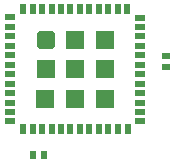
<source format=gtp>
G04*
G04 #@! TF.GenerationSoftware,Altium Limited,Altium Designer,19.1.5 (86)*
G04*
G04 Layer_Color=8421504*
%FSAX25Y25*%
%MOIN*%
G70*
G01*
G75*
%ADD14R,0.01929X0.03740*%
%ADD15R,0.03780X0.01968*%
%ADD16R,0.03740X0.01929*%
%ADD17R,0.03740X0.01929*%
%ADD18R,0.02520X0.02362*%
G04:AMPARAMS|DCode=19|XSize=59.06mil|YSize=59.06mil|CornerRadius=5.91mil|HoleSize=0mil|Usage=FLASHONLY|Rotation=0.000|XOffset=0mil|YOffset=0mil|HoleType=Round|Shape=RoundedRectangle|*
%AMROUNDEDRECTD19*
21,1,0.05906,0.04724,0,0,0.0*
21,1,0.04724,0.05906,0,0,0.0*
1,1,0.01181,0.02362,-0.02362*
1,1,0.01181,-0.02362,-0.02362*
1,1,0.01181,-0.02362,0.02362*
1,1,0.01181,0.02362,0.02362*
%
%ADD19ROUNDEDRECTD19*%
%ADD20R,0.05906X0.05906*%
%ADD21R,0.02362X0.02520*%
D14*
X0169673Y0179921D02*
D03*
X0166484D02*
D03*
X0163335D02*
D03*
X0160185Y0179921D02*
D03*
X0157035Y0179921D02*
D03*
X0153886D02*
D03*
X0150736Y0179921D02*
D03*
X0147626Y0179921D02*
D03*
X0144476Y0179921D02*
D03*
X0141327Y0179921D02*
D03*
X0138177D02*
D03*
X0134988Y0179882D02*
D03*
X0169831Y0139882D02*
D03*
X0166524Y0139882D02*
D03*
X0163335D02*
D03*
X0160185Y0139882D02*
D03*
X0157035D02*
D03*
X0153886D02*
D03*
X0150736Y0139882D02*
D03*
X0147587Y0139882D02*
D03*
X0144476Y0139882D02*
D03*
X0141327Y0139882D02*
D03*
X0138138D02*
D03*
X0134988D02*
D03*
D15*
X0174102Y0142539D02*
D03*
Y0145689D02*
D03*
Y0148839D02*
D03*
Y0151988D02*
D03*
Y0155138D02*
D03*
Y0158287D02*
D03*
Y0161437D02*
D03*
Y0164587D02*
D03*
Y0167736D02*
D03*
Y0170886D02*
D03*
Y0174035D02*
D03*
Y0177185D02*
D03*
X0130559Y0177224D02*
D03*
D16*
X0130539Y0142559D02*
D03*
Y0145709D02*
D03*
Y0148858D02*
D03*
Y0152008D02*
D03*
Y0155157D02*
D03*
Y0158307D02*
D03*
Y0161457D02*
D03*
Y0164606D02*
D03*
Y0170905D02*
D03*
Y0174094D02*
D03*
D17*
X0130539Y0167756D02*
D03*
D18*
X0182685Y0164528D02*
D03*
Y0160748D02*
D03*
D19*
X0142496Y0169724D02*
D03*
D20*
X0152339Y0169724D02*
D03*
X0162181Y0169724D02*
D03*
X0142496Y0159882D02*
D03*
X0152339D02*
D03*
X0162181D02*
D03*
X0142398Y0150039D02*
D03*
X0152339D02*
D03*
X0162181D02*
D03*
D21*
X0138157Y0131260D02*
D03*
X0141937D02*
D03*
M02*

</source>
